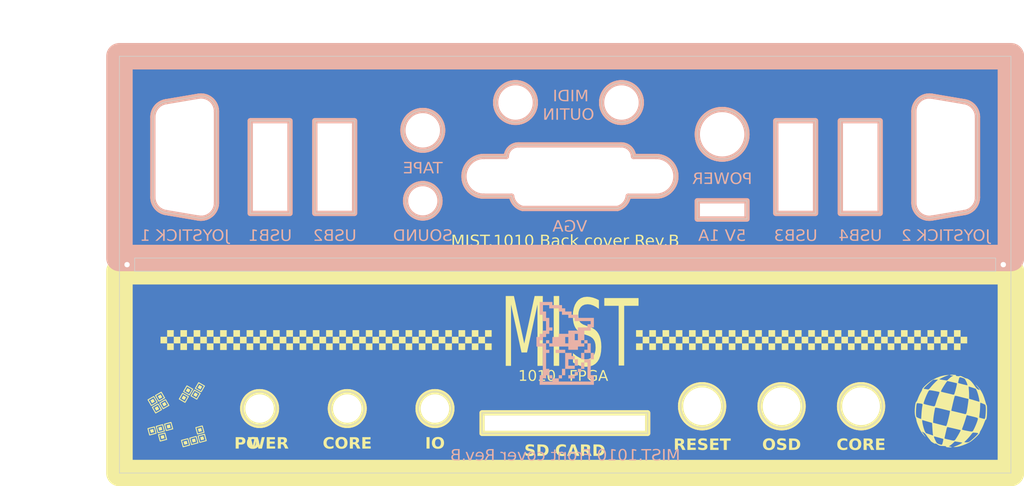
<source format=kicad_pcb>
(kicad_pcb (version 20240108) (generator "pcbnew") (generator_version "8.0")
  (title_block (title "MIST.1010 (covers)") (date "2024-07-28") (rev "B") (company "Eugene Lozovoy") (comment 2 "Thickness: 1.6mm") (comment 3 "Layers: 2") (comment 4 "Dimensions: 134.6x63mm"))
  (layers (0 "F.Cu" signal) (31 "B.Cu" signal) (34 "B.Paste" user) (35 "F.Paste" user) (36 "B.SilkS" user "B.Silkscreen") (37 "F.SilkS" user "F.Silkscreen") (38 "B.Mask" user) (39 "F.Mask" user) (44 "Edge.Cuts" user))
  (net 0 "")
  (net 1 "com")
  (footprint "LOGO" (layer "F.Cu") (at 202.7 114.6)
    (property "Reference" "G***" (hide yes))
    (property "Value" "LOGO" (hide yes))
  )
  (footprint "mygraphic:black-mage-12.5x8.6" (layer "B.Cu") (at 144.5 104.4 180)
    (property "Reference" "G***" (hide yes))
    (property "Value" "LOGO" (hide yes))
  )
  (gr_rect (start 96.95 70.75) (end 102.95 84.75) (stroke (width 0.8)) (fill none) (layer "B.SilkS"))
  (gr_arc (start 199.48649 67.00978) (mid 199.672776 67.017219) (end 199.857877 67.039481) (stroke (width 0.8)) (layer "B.SilkS"))
  (gr_line (start 91.85 69.346584) (end 91.85 83.153416) (stroke (width 0.8)) (layer "B.SilkS"))
  (gr_line (start 82.25 82.315216) (end 82.25 70.184784) (stroke (width 0.8)) (layer "B.SilkS"))
  (gr_line (start 132.217828 76.15) (end 135.617828 76.15) (stroke (width 0.8)) (layer "B.SilkS"))
  (gr_line (start 132.217828 82.15) (end 136.417828 82.15) (stroke (width 0.8)) (layer "B.SilkS"))
  (gr_circle (center 153 68) (end 156 68) (stroke (width 0.8)) (fill none) (layer "B.SilkS"))
  (gr_line (start 154.817828 76.15) (end 158.217828 76.15) (stroke (width 0.8)) (layer "B.SilkS"))
  (gr_rect (start 106.7 70.75) (end 112.7 84.75) (stroke (width 0.8)) (fill none) (layer "B.SilkS"))
  (gr_arc (start 138.053367 84) (mid 136.953364 83.324516) (end 136.417828 82.15) (stroke (width 0.8)) (layer "B.SilkS"))
  (gr_line (start 137.492828 74.4) (end 152.907172 74.4) (stroke (width 0.8)) (layer "B.SilkS"))
  (gr_arc (start 206.74969 82.315212) (mid 206.191739 83.830598) (end 204.784277 84.622311) (stroke (width 0.8)) (layer "B.SilkS"))
  (gr_arc (start 204.784277 67.877681) (mid 206.191696 68.66941) (end 206.74969 70.18478) (stroke (width 0.8)) (layer "B.SilkS"))
  (gr_arc (start 82.25 70.184784) (mid 82.807951 68.669398) (end 84.215413 67.877685) (stroke (width 0.8)) (layer "B.SilkS"))
  (gr_arc (start 91.85 83.153416) (mid 91.165561 84.805759) (end 89.5132 85.490216) (stroke (width 0.8)) (layer "B.SilkS"))
  (gr_circle (center 123 72.2) (end 126 72.2) (stroke (width 0.8)) (fill none) (layer "B.SilkS"))
  (gr_arc (start 199.857877 85.460511) (mid 197.97106 84.932269) (end 197.14969 83.153412) (stroke (width 0.8)) (layer "B.SilkS"))
  (gr_rect (start 164.45 82.85) (end 171.95 85.6) (stroke (width 0.8)) (fill none) (layer "B.SilkS"))
  (gr_arc (start 152.907172 74.4) (mid 154.216898 74.888067) (end 154.817828 76.15) (stroke (width 0.8)) (layer "B.SilkS"))
  (gr_arc (start 158.217828 76.15) (mid 161.217828 79.15) (end 158.217828 82.15) (stroke (width 0.8)) (layer "B.SilkS"))
  (gr_arc (start 89.141813 67.039485) (mid 91.02863 67.567727) (end 91.85 69.346584) (stroke (width 0.8)) (layer "B.SilkS"))
  (gr_line (start 204.784277 84.622311) (end 199.857877 85.460511) (stroke (width 0.8)) (layer "B.SilkS"))
  (gr_arc (start 84.215413 84.622315) (mid 82.807994 83.830586) (end 82.25 82.315216) (stroke (width 0.8)) (layer "B.SilkS"))
  (gr_line (start 199.857877 67.039481) (end 204.784277 67.877681) (stroke (width 0.8)) (layer "B.SilkS"))
  (gr_arc (start 135.617827 76.15) (mid 136.196074 74.890085) (end 137.492828 74.4) (stroke (width 0.8)) (layer "B.SilkS"))
  (gr_arc (start 154.017828 82.15) (mid 153.496284 83.315825) (end 152.417831 83.999999) (stroke (width 0.8)) (layer "B.SilkS"))
  (gr_arc (start 132.217828 82.15) (mid 129.217828 79.15) (end 132.217828 76.15) (stroke (width 0.8)) (layer "B.SilkS"))
  (gr_rect (start 186.05 70.75) (end 192.05 84.75) (stroke (width 0.8)) (fill none) (layer "B.SilkS"))
  (gr_line (start 197.14969 83.153412) (end 197.14969 69.34658) (stroke (width 0.8)) (layer "B.SilkS"))
  (gr_line (start 206.74969 70.18478) (end 206.74969 82.315212) (stroke (width 0.8)) (layer "B.SilkS"))
  (gr_rect (start 77.2 61) (end 211.8 91.5) (stroke (width 4)) (fill none) (layer "B.SilkS"))
  (gr_line (start 154.017828 82.15) (end 158.217828 82.15) (stroke (width 0.8)) (layer "B.SilkS"))
  (gr_line (start 84.215413 67.877685) (end 89.141813 67.039485) (stroke (width 0.8)) (layer "B.SilkS"))
  (gr_arc (start 197.14969 69.34658) (mid 197.834129 67.694237) (end 199.48649 67.00978) (stroke (width 0.8)) (layer "B.SilkS"))
  (gr_line (start 89.141813 85.460515) (end 84.215413 84.622315) (stroke (width 0.8)) (layer "B.SilkS"))
  (gr_circle (center 168.2 72.8) (end 171.95 72.8) (stroke (width 0.8)) (fill none) (layer "B.SilkS"))
  (gr_line (start 138.053367 84) (end 152.417831 83.999999) (stroke (width 0.8)) (layer "B.SilkS"))
  (gr_rect (start 176.3 70.75) (end 182.3 84.75) (stroke (width 0.8)) (fill none) (layer "B.SilkS"))
  (gr_circle (center 123 82.85) (end 125.6 82.85) (stroke (width 0.8)) (fill none) (layer "B.SilkS"))
  (gr_arc (start 89.5132 85.490216) (mid 89.326914 85.482777) (end 89.141813 85.460515) (stroke (width 0.8)) (layer "B.SilkS"))
  (gr_circle (center 137 68) (end 140 68) (stroke (width 0.8)) (fill none) (layer "B.SilkS"))
  (gr_poly (pts (xy 82.728114 117.989269) (xy 81.762191 118.248087) (xy 81.503372 117.282159) (xy 82.469296 117.023339)) (stroke (width 0.15)) (fill none) (layer "F.SilkS"))
  (gr_rect (start 160.2 103.4) (end 161.2 104.4) (fill solid) (layer "F.SilkS"))
  (gr_poly (pts (xy 82.170045 114.055778) (xy 83.036071 113.555777) (xy 83.536071 114.421803) (xy 82.670046 114.921803)) (stroke (width 0.15)) (fill none) (layer "F.SilkS"))
  (gr_poly (pts (xy 89.255035 110.684467) (xy 89.688048 110.934467) (xy 89.438049 111.367479) (xy 89.005036 111.117479)) (fill solid) (layer "F.SilkS"))
  (gr_rect (start 170.2 103.4) (end 171.2 104.4) (fill solid) (layer "F.SilkS"))
  (gr_poly (pts (xy 89.163529 110.34296) (xy 90.029554 110.84296) (xy 89.529554 111.708985) (xy 88.663529 111.208985)) (stroke (width 0.15)) (fill none) (layer "F.SilkS"))
  (gr_rect (start 77.2 93.5) (end 211.8 124) (stroke (width 4)) (fill none) (layer "F.SilkS"))
  (gr_poly (pts (xy 86.737696 111.944627) (xy 87.603721 112.444627) (xy 87.103721 113.310652) (xy 86.237696 112.810652)) (stroke (width 0.15)) (fill none) (layer "F.SilkS"))
  (gr_rect (start 87.4 103.4) (end 88.4 104.4) (fill solid) (layer "F.SilkS"))
  (gr_rect (start 192.2 103.4) (end 193.2 104.4) (fill solid) (layer "F.SilkS"))
  (gr_rect (start 117.4 103.4) (end 118.4 104.4) (fill solid) (layer "F.SilkS"))
  (gr_rect (start 90.4 104.4) (end 91.4 105.4) (fill solid) (layer "F.SilkS"))
  (gr_rect (start 201.2 102.4) (end 202.2 103.4) (fill solid) (layer "F.SilkS"))
  (gr_rect (start 158.2 103.4) (end 159.2 104.4) (fill solid) (layer "F.SilkS"))
  (gr_rect (start 90.4 102.4) (end 91.4 103.4) (fill solid) (layer "F.SilkS"))
  (gr_circle (center 98.36 114.25) (end 100.91 114.25) (stroke (width 0.8)) (fill none) (layer "F.SilkS"))
  (gr_rect (start 101.4 103.4) (end 102.4 104.4) (fill solid) (layer "F.SilkS"))
  (gr_rect (start 112.4 104.4) (end 113.4 105.4) (fill solid) (layer "F.SilkS"))
  (gr_rect (start 111.4 103.4) (end 112.4 104.4) (fill solid) (layer "F.SilkS"))
  (gr_rect (start 98.4 102.4) (end 99.4 103.4) (fill solid) (layer "F.SilkS"))
  (gr_rect (start 179.2 102.4) (end 180.2 103.4) (fill solid) (layer "F.SilkS"))
  (gr_rect (start 191.2 104.4) (end 192.2 105.4) (fill solid) (layer "F.SilkS"))
  (gr_rect (start 95.4 103.4) (end 96.4 104.4) (fill solid) (layer "F.SilkS"))
  (gr_circle (center 124.8375 114.25) (end 127.3875 114.25) (stroke (width 0.8)) (fill none) (layer "F.SilkS"))
  (gr_poly (pts (xy 86.829202 112.286133) (xy 87.262215 112.536132) (xy 87.012214 112.969145) (xy 86.579203 112.719146)) (fill solid) (layer "F.SilkS"))
  (gr_poly (pts (xy 89.044977 117.313966) (xy 89.52794 117.184556) (xy 89.657349 117.667519) (xy 89.174386 117.796929)) (fill solid) (layer "F.SilkS"))
  (gr_rect (start 165.2 102.4) (end 166.2 103.4) (fill solid) (layer "F.SilkS"))
  (gr_rect (start 84.4 104.4) (end 85.4 105.4) (fill solid) (layer "F.SilkS"))
  (gr_rect (start 157.2 102.4) (end 158.2 103.4) (fill solid) (layer "F.SilkS"))
  (gr_rect (start 120.4 102.4) (end 121.4 103.4) (fill solid) (layer "F.SilkS"))
  (gr_poly (pts (xy 89.075255 118.392893) (xy 90.041181 118.134074) (xy 90.3 119.1) (xy 89.334074 119.358819)) (stroke (width 0.15)) (fill none) (layer "F.SilkS"))
  (gr_rect (start 179.2 104.4) (end 180.2 105.4) (fill solid) (layer "F.SilkS"))
  (gr_rect (start 106.4 102.4) (end 107.4 103.4) (fill solid) (layer "F.SilkS"))
  (gr_rect (start 130.4 102.4) (end 131.4 103.4) (fill solid) (layer "F.SilkS"))
  (gr_rect (start 169.2 102.4) (end 170.2 103.4) (fill solid) (layer "F.SilkS"))
  (gr_rect (start 86.4 102.4) (end 87.4 103.4) (fill solid) (layer "F.SilkS"))
  (gr_rect (start 175.2 102.4) (end 176.2 103.4) (fill solid) (layer "F.SilkS"))
  (gr_rect (start 204.2 103.4) (end 205.2 104.4) (fill solid) (layer "F.SilkS"))
  (gr_rect (start 102.4 104.4) (end 103.4 105.4) (fill solid) (layer "F.SilkS"))
  (gr_rect (start 182.2 103.4) (end 183.2 104.4) (fill solid) (layer "F.SilkS"))
  (gr_rect (start 121.4 103.4) (end 122.4 104.4) (fill solid) (layer "F.SilkS"))
  (gr_rect (start 195.2 104.4) (end 196.2 105.4) (fill solid) (layer "F.SilkS"))
  (gr_rect (start 84.4 102.4) (end 85.4 103.4) (fill solid) (layer "F.SilkS"))
  (gr_rect (start 127.4 103.4) (end 128.4 104.4) (fill solid) (layer "F.SilkS"))
  (gr_poly (pts (xy 82.511552 114.147284) (xy 82.944565 113.897284) (xy 83.194565 114.330297) (xy 82.761552 114.580297)) (fill solid) (layer "F.SilkS"))
  (gr_poly (pts (xy 82.42193 117.812488) (xy 81.938968 117.941899) (xy 81.809556 117.458935) (xy 82.29252 117.329524)) (fill solid) (layer "F.SilkS"))
  (gr_poly (pts (xy 87.479203 111.160299) (xy 87.912215 111.4103) (xy 87.662215 111.843313) (xy 87.229202 111.593312)) (fill solid) (layer "F.SilkS"))
  (gr_rect (start 195.2 102.4) (end 196.2 103.4) (fill solid) (layer "F.SilkS"))
  (gr_rect (start 177.2 104.4) (end 178.2 105.4) (fill solid) (layer "F.SilkS"))
  (gr_rect (start 157.2 104.4) (end 158.2 105.4) (fill solid) (layer "F.SilkS"))
  (gr_poly (pts (xy 87.819552 118.729357) (xy 88.785477 118.470538) (xy 89.044296 119.436464) (xy 88.078371 119.695283)) (stroke (width 0.15)) (fill none) (layer "F.SilkS"))
  (gr_rect (start 183.2 102.4) (end 184.2 103.4) (fill solid) (layer "F.SilkS"))
  (gr_poly (pts (xy 88.513529 111.468793) (xy 89.379555 111.968793) (xy 88.879554 112.834819) (xy 88.013529 112.334819)) (stroke (width 0.15)) (fill none) (layer "F.SilkS"))
  (gr_rect (start 162.2 103.4) (end 163.2 104.4) (fill solid) (layer "F.SilkS"))
  (gr_poly (pts (xy 84.014779 116.609231) (xy 84.980705 116.350413) (xy 85.239524 117.316337) (xy 84.273598 117.575156)) (stroke (width 0.15)) (fill none) (layer "F.SilkS"))
  (gr_rect (start 126.4 104.4) (end 127.4 105.4) (fill solid) (layer "F.SilkS"))
  (gr_poly (pts (xy 83.677634 117.476025) (xy 83.19467 117.605436) (xy 83.065263 117.122472) (xy 83.548225 116.993063)) (fill solid) (layer "F.SilkS"))
  (gr_rect (start 122.4 104.4) (end 123.4 105.4) (fill solid) (layer "F.SilkS"))
  (gr_rect (start 155.2 104.4) (end 156.2 105.4) (fill solid) (layer "F.SilkS"))
  (gr_rect (start 114.4 104.4) (end 115.4 105.4) (fill solid) (layer "F.SilkS"))
  (gr_rect (start 161.2 104.4) (end 162.2 105.4) (fill solid) (layer "F.SilkS"))
  (gr_rect (start 105.4 103.4) (end 106.4 104.4) (fill solid) (layer "F.SilkS"))
  (gr_rect (start 186.2 103.4) (end 187.2 104.4) (fill solid) (layer "F.SilkS"))
  (gr_rect (start 155.2 102.4) (end 156.2 103.4) (fill solid) (layer "F.SilkS"))
  (gr_rect (start 193.2 104.4) (end 194.2 105.4) (fill solid) (layer "F.SilkS"))
  (gr_poly (pts (xy 81.520046 112.929945) (xy 82.386072 112.429945) (xy 82.886072 113.29597) (xy 82.020046 113.79597)) (stroke (width 0.15)) (fill none) (layer "F.SilkS"))
  (gr_circle (center 111.6 114.25) (end 114.15 114.25) (stroke (width 0.8)) (fill none) (layer "F.SilkS"))
  (gr_rect (start 166.2 103.4) (end 167.2 104.4) (fill solid) (layer "F.SilkS"))
  (gr_rect (start 163.2 104.4) (end 164.2 105.4) (fill solid) (layer "F.SilkS"))
  (gr_rect (start 156.2 103.4) (end 157.2 104.4) (fill solid) (layer "F.SilkS"))
  (gr_rect (start 173.2 104.4) (end 174.2 105.4) (fill solid) (layer "F.SilkS"))
  (gr_rect (start 164.2 103.4) (end 165.2 104.4) (fill solid) (layer "F.SilkS"))
  (gr_poly (pts (xy 87.387696 110.818793) (xy 88.253722 111.318793) (xy 87.753722 112.184819) (xy 86.887696 111.684819)) (stroke (width 0.15)) (fill none) (layer "F.SilkS"))
  (gr_rect (start 93.4 103.4) (end 94.4 104.4) (fill solid) (layer "F.SilkS"))
  (gr_rect (start 180.2 103.4) (end 181.2 104.4) (fill solid) (layer "F.SilkS"))
  (gr_rect (start 176.2 103.4) (end 177.2 104.4) (fill solid) (layer "F.SilkS"))
  (gr_rect (start 190.2 103.4) (end 191.2 104.4) (fill solid) (layer "F.SilkS"))
  (gr_rect (start 132.4 102.4) (end 133.4 103.4) (fill solid) (layer "F.SilkS"))
  (gr_rect (start 96.4 104.4) (end 97.4 105.4) (fill solid) (layer "F.SilkS"))
  (gr_rect (start 163.2 102.4) (end 164.2 103.4) (fill solid) (layer "F.SilkS"))
  (gr_rect (start 109.4 103.4) (end 110.4 104.4) (fill solid) (layer "F.SilkS"))
  (gr_rect (start 159.2 102.4) (end 160.2 103.4) (fill solid) (layer "F.SilkS"))
  (gr_rect (start 124.4 104.4) (end 125.4 105.4) (fill solid) (layer "F.SilkS"))
  (gr_rect (start 103.4 103.4) (end 104.4 104.4) (fill solid) (layer "F.SilkS"))
  (gr_rect (start 187.2 104.4) (end 188.2 105.4) (fill solid) (layer "F.SilkS"))
  (gr_rect (start 124.4 102.4) (end 125.4 103.4) (fill solid) (layer "F.SilkS"))
  (gr_rect (start 83.4 103.4) (end 84.4 104.4) (fill solid) (layer "F.SilkS"))
  (gr_rect (start 108.4 104.4) (end 109.4 105.4) (fill solid) (layer "F.SilkS"))
  (gr_rect (start 174.2 103.4) (end 175.2 104.4) (fill solid) (layer "F.SilkS"))
  (gr_rect (start 104.4 102.4) (end 105.4 103.4) (fill solid) (layer "F.SilkS"))
  (gr_rect (start 159.2 104.4) (end 160.2 105.4) (fill solid) (layer "F.SilkS"))
  (gr_rect (start 118.4 102.4) (end 119.4 103.4) (fill solid) (layer "F.SilkS"))
  (gr_rect (start 112.4 102.4) (end 113.4 103.4) (fill solid) (layer "F.SilkS"))
  (gr_rect (start 131.4 103.4) (end 132.4 104.4) (fill solid) (layer "F.SilkS"))
  (gr_rect (start 203.2 102.4) (end 204.2 103.4) (fill solid) (layer "F.SilkS"))
  (gr_rect (start 197.2 104.4) (end 198.2 105.4) (fill solid) (layer "F.SilkS"))
  (gr_poly (pts (xy 83.98382 117.652801) (xy 83.017894 117.91162) (xy 82.759073 116.945694) (xy 83.725001 116.686876)) (stroke (width 0.15)) (fill none) (layer "F.SilkS"))
  (gr_rect (start 130.4 104.4) (end 131.4 105.4) (fill solid) (layer "F.SilkS"))
  (gr_rect (start 116.4 104.4) (end 117.4 105.4) (fill solid) (layer "F.SilkS"))
  (gr_rect (start 188.2 103.4) (end 189.2 104.4) (fill solid) (layer "F.SilkS"))
  (gr_poly (pts (xy 82.645878 112.279945) (xy 83.511904 111.779945) (xy 84.011904 112.64597) (xy 83.145878 113.14597)) (stroke (width 0.15)) (fill none) (layer "F.SilkS"))
  (gr_rect (start 178.2 103.4) (end 179.2 104.4) (fill solid) (layer "F.SilkS"))
  (gr_rect (start 99.4 103.4) (end 100.4 104.4) (fill solid) (layer "F.SilkS"))
  (gr_rect (start 199.2 104.4) (end 200.2 105.4) (fill solid) (layer "F.SilkS"))
  (gr_rect (start 181.2 102.4) (end 182.2 103.4) (fill solid) (layer "F.SilkS"))
  (gr_rect (start 198.2 103.4) (end 199.2 104.4) (fill solid) (layer "F.SilkS"))
  (gr_rect (start 92.4 104.4) (end 93.4 105.4) (fill solid) (layer "F.SilkS"))
  (gr_rect (start 91.4 103.4) (end 92.4 104.4) (fill solid) (layer "F.SilkS"))
  (gr_rect (start 125.4 103.4) (end 126.4 104.4) (fill solid) (layer "F.SilkS"))
  (gr_rect (start 100.4 102.4) (end 101.4 103.4) (fill solid) (layer "F.SilkS"))
  (gr_rect (start 88.4 102.4) (end 89.4 103.4) (fill solid) (layer "F.SilkS"))
  (gr_poly (pts (xy 83.637385 113.497284) (xy 84.070398 113.247284) (xy 84.320398 113.680297) (xy 83.887385 113.930296)) (fill solid) (layer "F.SilkS"))
  (gr_rect (start 189.2 102.4) (end 190.2 103.4) (fill solid) (layer "F.SilkS"))
  (gr_rect (start 197.2 102.4) (end 198.2 103.4) (fill solid) (layer "F.SilkS"))
  (gr_rect (start 116.4 102.4) (end 117.4 103.4) (fill solid) (layer "F.SilkS"))
  (gr_rect (start 202.2 103.4) (end 203.2 104.4) (fill solid) (layer "F.SilkS"))
  (gr_rect (start 122.4 102.4) (end 123.4 103.4) (fill solid) (layer "F.SilkS"))
  (gr_rect (start 171.2 104.4) (end 172.2 105.4) (fill solid) (layer "F.SilkS"))
  (gr_rect (start 167.2 104.4) (end 168.2 105.4) (fill solid) (layer "F.SilkS"))
  (gr_rect (start 94.4 104.4) (end 95.4 105.4) (fill solid) (layer "F.SilkS"))
  (gr_circle (center 177.175 113.9) (end 180.425 113.9) (stroke (width 0.8)) (fill none) (layer "F.SilkS"))
  (gr_rect (start 106.4 104.4) (end 107.4 105.4) (fill solid) (layer "F.SilkS"))
  (gr_rect (start 128.4 104.4) (end 129.4 105.4) (fill solid) (layer "F.SilkS"))
  (gr_rect (start 94.4 102.4) (end 95.4 103.4) (fill solid) (layer "F.SilkS"))
  (gr_rect (start 169.2 104.4) (end 170.2 105.4) (fill solid) (layer "F.SilkS"))
  (gr_rect (start 184.2 103.4) (end 185.2 104.4) (fill solid) (layer "F.SilkS"))
  (gr_rect (start 168.2 103.4) (end 169.2 104.4) (fill solid) (layer "F.SilkS"))
  (gr_rect (start 97.4 103.4) (end 98.4 104.4) (fill solid) (layer "F.SilkS"))
  (gr_poly (pts (xy 89.381441 118.569669) (xy 89.864404 118.44026) (xy 89.993814 118.923223) (xy 89.510851 119.052632)) (fill solid) (layer "F.SilkS"))
  (gr_rect (start 200.2 103.4) (end 201.2 104.4) (fill solid) (layer "F.SilkS"))
  (gr_rect (start 119.4 103.4) (end 120.4 104.4) (fill solid) (layer "F.SilkS"))
  (gr_poly (pts (xy 84.320284 118.908507) (xy 83.35436 119.167327) (xy 83.095541 118.201398) (xy 84.061466 117.94258)) (stroke (width 0.15)) (fill none) (layer "F.SilkS"))
  (gr_rect (start 89.4 103.4) (end 90.4 104.4) (fill solid) (layer "F.SilkS"))
  (gr_rect (start 181.2 104.4) (end 182.2 105.4) (fill solid) (layer "F.SilkS"))
  (gr_rect (start 92.4 102.4) (end 93.4 103.4) (fill solid) (layer "F.SilkS"))
  (gr_rect (start 110.4 102.4) (end 111.4 103.4) (fill solid) (layer "F.SilkS"))
  (gr_rect (start 167.2 102.4) (end 168.2 103.4) (fill solid) (layer "F.SilkS"))
  (gr_circle (center 165.175 113.9) (end 168.425 113.9) (stroke (width 0.8)) (fill none) (layer "F.SilkS"))
  (gr_poly (pts (xy 84.933335 117.139562) (xy 84.450375 117.268969) (xy 84.320964 116.786004) (xy 84.803927 116.656597)) (fill solid) (layer "F.SilkS"))
  (gr_rect (start 102.4 102.4) (end 103.4 103.4) (fill solid) (layer "F.SilkS"))
  (gr_poly (pts (xy 81.861552 113.021451) (xy 82.294565 112.771451) (xy 82.544564 113.204464) (xy 82.111552 113.454464)) (fill solid) (layer "F.SilkS"))
  (gr_rect (start 123.4 103.4) (end 124.4 104.4) (fill solid) (layer "F.SilkS"))
  (gr_rect (start 193.2 102.4) (end 194.2 103.4) (fill solid) (layer "F.SilkS"))
  (gr_rect (start 183.2 104.4) (end 184.2 105.4) (fill solid) (layer "F.SilkS"))
  (gr_rect (start 115.4 103.4) (end 116.4 104.4) (fill solid) (layer "F.SilkS"))
  (gr_rect (start 88.4 104.4) (end 89.4 105.4) (fill solid) (layer "F.SilkS"))
  (gr_rect (start 114.4 102.4) (end 115.4 103.4) (fill solid) (layer "F.SilkS"))
  (gr_rect (start 191.2 102.4) (end 192.2 103.4) (fill solid) (layer "F.SilkS"))
  (gr_poly (pts (xy 86.563848 119.065822) (xy 87.529774 118.807003) (xy 87.788593 119.772929) (xy 86.822667 120.031748)) (stroke (width 0.15)) (fill none) (layer "F.SilkS"))
  (gr_circle (center 189.175 113.9) (end 192.425 113.9) (stroke (width 0.8)) (fill none) (layer "F.SilkS"))
  (gr_poly (pts (xy 84.014099 118.731728) (xy 83.531137 118.861137) (xy 83.401725 118.378177) (xy 83.884689 118.248767)) (fill solid) (layer "F.SilkS"))
  (gr_rect (start 107.4 103.4) (end 108.4 104.4) (fill solid) (layer "F.SilkS"))
  (gr_rect (start 108.4 102.4) (end 109.4 103.4) (fill solid) (layer "F.SilkS"))
  (gr_rect (start 185.2 102.4) (end 186.2 103.4) (fill solid) (layer "F.SilkS"))
  (gr_rect (start 104.4 104.4) (end 105.4 105.4) (fill solid) (layer "F.SilkS"))
  (gr_rect (start 196.2 103.4) (end 197.2 104.4) (fill solid) (layer "F.SilkS"))
  (gr_rect (start 96.4 102.4) (end 97.4 103.4) (fill solid) (layer "F.SilkS"))
  (gr_poly (pts (xy 83.295879 113.405778) (xy 84.161904 112.905778) (xy 84.661904 113.771804) (xy 83.795879 114.271804)) (stroke (width 0.15)) (fill none) (layer "F.SilkS"))
  (gr_rect (start 177.2 102.4) (end 178.2 103.4) (fill solid) (layer "F.SilkS"))
  (gr_rect (start 129.4 103.4) (end 130.4 104.4) (fill solid) (layer "F.SilkS"))
  (gr_rect (start 185.2 104.4) (end 186.2 105.4) (fill solid) (layer "F.SilkS"))
  (gr_rect (start 86.4 104.4) (end 87.4 105.4) (fill solid) (layer "F.SilkS"))
  (gr_rect (start 172.2 103.4) (end 173.2 104.4) (fill solid) (layer "F.SilkS"))
  (gr_rect (start 126.4 102.4) (end 127.4 103.4) (fill solid) (layer "F.SilkS"))
  (gr_rect (start 100.4 104.4) (end 101.4 105.4) (fill solid) (layer "F.SilkS"))
  (gr_rect (start 203.2 104.4) (end 204.2 105.4) (fill solid) (layer "F.SilkS"))
  (gr_rect (start 110.4 104.4) (end 111.4 105.4) (fill solid) (layer "F.SilkS"))
  (gr_poly (pts (xy 88.125738 118.906134) (xy 88.608701 118.776725) (xy 88.73811 119.259688) (xy 88.255147 119.389097)) (fill solid) (layer "F.SilkS"))
  (gr_rect (start 194.2 103.4) (end 195.2 104.4) (fill solid) (layer "F.SilkS"))
  (gr_rect (start 189.2 104.4) (end 190.2 105.4) (fill solid) (layer "F.SilkS"))
  (gr_rect (start 187.2 102.4) (end 188.2 103.4) (fill solid) (layer "F.SilkS"))
  (gr_rect (start 199.2 102.4) (end 200.2 103.4) (fill solid) (layer "F.SilkS"))
  (gr_rect (start 132.4 104.4) (end 133.4 105.4) (fill solid) (layer "F.SilkS"))
  (gr_rect (start 85.4 103.4) (end 86.4 104.4) (fill solid) (layer "F.SilkS"))
  (gr_rect (start 118.4 104.4) (end 119.4 105.4) (fill solid) (layer "F.SilkS"))
  (gr_rect (start 113.4 103.4) (end 114.4 104.4) (fill solid) (layer "F.SilkS"))
  (gr_rect (start 98.4 104.4) (end 99.4 105.4) (fill solid) (layer "F.SilkS"))
  (gr_poly (pts (xy 88.73879 117.137189) (xy 89.704716 116.87837) (xy 89.963535 117.844296) (xy 88.997609 118.103115)) (stroke (width 0.15)) (fill none) (layer "F.SilkS"))
  (gr_rect (start 201.2 104.4) (end 202.2 105.4) (fill solid) (layer "F.SilkS"))
  (gr_rect (start 173.2 102.4) (end 174.2 103.4) (fill solid) (layer "F.SilkS"))
  (gr_rect (start 128.4 102.4) (end 129.4 103.4) (fill solid) (layer "F.SilkS"))
  (gr_rect (start 161.2 102.4) (end 162.2 103.4) (fill solid) (layer "F.SilkS"))
  (gr_rect (start 120.4 104.4) (end 121.4 105.4) (fill solid) (layer "F.SilkS"))
  (gr_poly (pts (xy 88.605035 111.810299) (xy 89.038048 112.0603) (xy 88.788048 112.493313) (xy 88.355036 112.243312)) (fill solid) (layer "F.SilkS"))
  (gr_rect (start 165.2 104.4) (end 166.2 105.4) (fill solid) (layer "F.SilkS"))
  (gr_poly (pts (xy 82.987386 112.371451) (xy 83.420397 112.121451) (xy 83.670398 112.554463) (xy 83.237385 112.804464)) (fill solid) (layer "F.SilkS"))
  (gr_rect (start 131.95 114.9) (end 156.95 118) (stroke (width 0.8)) (fill none) (layer "F.SilkS"))
  (gr_rect (start 175.2 104.4) (end 176.2 105.4) (fill solid) (layer "F.SilkS"))
  (gr_rect (start 171.2 102.4) (end 172.2 103.4) (fill solid) (layer "F.SilkS"))
  (gr_poly (pts (xy 86.870034 119.242599) (xy 87.352997 119.113189) (xy 87.482407 119.596152) (xy 86.999444 119.725562)) (fill solid) (layer "F.SilkS"))
  (gr_arc (start 132.217828 82.15) (mid 129.217828 79.15) (end 132.217828 76.15) (stroke (width 0.1)) (layer "Edge.Cuts"))
  (gr_arc (start 84.215413 84.622315) (mid 82.807994 83.830586) (end 82.25 82.315216) (stroke (width 0.1)) (layer "Edge.Cuts"))
  (gr_line (start 204.784277 84.622311) (end 199.857877 85.460511) (stroke (width 0.1)) (layer "Edge.Cuts"))
  (gr_rect (start 131.95 114.9) (end 156.95 118) (stroke (width 0.1)) (fill none) (layer "Edge.Cuts"))
  (gr_line (start 89.141813 85.460515) (end 84.215413 84.622315) (stroke (width 0.1)) (layer "Edge.Cuts"))
  (gr_arc (start 199.857877 85.460511) (mid 197.97106 84.932269) (end 197.14969 83.153412) (stroke (width 0.1)) (layer "Edge.Cuts"))
  (gr_arc (start 154.017828 82.15) (mid 153.496284 83.315825) (end 152.417831 83.999999) (stroke (width 0.1)) (layer "Edge.Cuts"))
  (gr_circle (center 98.36 114.25) (end 100.91 114.25) (stroke (width 0.1)) (fill none) (layer "Edge.Cuts"))
  (gr_arc (start 152.907172 74.4) (mid 154.216898 74.888067) (end 154.817828 76.15) (stroke (width 0.1)) (layer "Edge.Cuts"))
  (gr_circle (center 165.175 113.9) (end 168.425 113.9) (stroke (width 0.1)) (fill none) (layer "Edge.Cuts"))
  (gr_line (start 82.25 82.315216) (end 82.25 70.184784) (stroke (width 0.1)) (layer "Edge.Cuts"))
  (gr_circle (center 124.8375 114.25) (end 127.3875 114.25) (stroke (width 0.1)) (fill none) (layer "Edge.Cuts"))
  (gr_circle (center 137 68) (end 140 68) (stroke (width 0.1)) (fill none) (layer "Edge.Cuts"))
  (gr_line (start 154.817828 76.15) (end 158.217828 76.15) (stroke (width 0.1)) (layer "Edge.Cuts"))
  (gr_line (start 132.217828 82.15) (end 136.417828 82.15) (stroke (width 0.1)) (layer "Edge.Cuts"))
  (gr_arc (start 89.141813 67.039485) (mid 91.02863 67.567727) (end 91.85 69.346584) (stroke (width 0.1)) (layer "Edge.Cuts"))
  (gr_arc (start 138.053367 84) (mid 136.953364 83.324516) (end 136.417828 82.15) (stroke (width 0.1)) (layer "Edge.Cuts"))
  (gr_line (start 211.8 124) (end 77.2 124) (stroke (width 0.1)) (layer "Edge.Cuts"))
  (gr_arc (start 204.784277 67.877681) (mid 206.191696 68.66941) (end 206.74969 70.18478) (stroke (width 0.1)) (layer "Edge.Cuts"))
  (gr_line (start 154.017828 82.15) (end 158.217828 82.15) (stroke (width 0.1)) (layer "Edge.Cuts"))
  (gr_line (start 199.857877 67.039481) (end 204.784277 67.877681) (stroke (width 0.1)) (layer "Edge.Cuts"))
  (gr_line (start 77.2 61) (end 211.8 61) (stroke (width 0.1)) (layer "Edge.Cuts"))
  (gr_circle (center 153 68) (end 156 68) (stroke (width 0.1)) (fill none) (layer "Edge.Cuts"))
  (gr_line (start 197.14969 83.153412) (end 197.14969 69.34658) (stroke (width 0.1)) (layer "Edge.Cuts"))
  (gr_line (start 77.2 124) (end 77.2 61) (stroke (width 0.1)) (layer "Edge.Cuts"))
  (gr_arc (start 206.74969 82.315212) (mid 206.191739 83.830598) (end 204.784277 84.622311) (stroke (width 0.1)) (layer "Edge.Cuts"))
  (gr_arc (start 135.617829 76.15) (mid 136.196063 74.890057) (end 137.49283 74.399948) (stroke (width 0.1)) (layer "Edge.Cuts"))
  (gr_arc (start 199.48649 67.00978) (mid 199.672776 67.017219) (end 199.857877 67.039481) (stroke (width 0.1)) (layer "Edge.Cuts"))
  (gr_circle (center 189.175 113.9) (end 192.425 113.9) (stroke (width 0.1)) (fill none) (layer "Edge.Cuts"))
  (gr_line (start 79.5 91.5) (end 79.5 93.5) (stroke (width 0.1)) (layer "Edge.Cuts"))
  (gr_line (start 209.5 93.5) (end 209.5 91.5) (stroke (width 0.1)) (layer "Edge.Cuts"))
  (gr_line (start 211.8 61) (end 211.8 124) (stroke (width 0.1)) (layer "Edge.Cuts"))
  (gr_arc (start 158.217828 76.15) (mid 161.217828 79.15) (end 158.217828 82.15) (stroke (width 0.1)) (layer "Edge.Cuts"))
  (gr_rect (start 186.05 70.75) (end 192.05 84.75) (stroke (width 0.1)) (fill none) (layer "Edge.Cuts"))
  (gr_circle (center 111.6 114.25) (end 114.15 114.25) (stroke (width 0.1)) (fill none) (layer "Edge.Cuts"))
  (gr_rect (start 176.3 70.75) (end 182.3 84.75) (stroke (width 0.1)) (fill none) (layer "Edge.Cuts"))
  (gr_line (start 137.492828 74.4) (end 152.907172 74.4) (stroke (width 0.1)) (layer "Edge.Cuts"))
  (gr_rect (start 164.45 82.85) (end 171.95 85.6) (stroke (width 0.1)) (fill none) (layer "Edge.Cuts"))
  (gr_rect (start 96.95 70.75) (end 102.95 84.75) (stroke (width 0.1)) (fill none) (layer "Edge.Cuts"))
  (gr_arc (start 89.5132 85.490216) (mid 89.326914 85.482777) (end 89.141813 85.460515) (stroke (width 0.1)) (layer "Edge.Cuts"))
  (gr_line (start 91.85 69.346584) (end 91.85 83.153416) (stroke (width 0.1)) (layer "Edge.Cuts"))
  (gr_line (start 79.5 93.5) (end 209.5 93.5) (stroke (width 0.1)) (layer "Edge.Cuts"))
  (gr_arc (start 91.85 83.153416) (mid 91.165561 84.805759) (end 89.5132 85.490216) (stroke (width 0.1)) (layer "Edge.Cuts"))
  (gr_line (start 84.215413 67.877685) (end 89.141813 67.039485) (stroke (width 0.1)) (layer "Edge.Cuts"))
  (gr_circle (center 168.2 72.8) (end 171.95 72.8) (stroke (width 0.1)) (fill none) (layer "Edge.Cuts"))
  (gr_rect (start 106.7 70.75) (end 112.7 84.75) (stroke (width 0.1)) (fill none) (layer "Edge.Cuts"))
  (gr_line (start 132.217828 76.15) (end 135.617828 76.15) (stroke (width 0.1)) (layer "Edge.Cuts"))
  (gr_line (start 206.74969 70.18478) (end 206.74969 82.315212) (stroke (width 0.1)) (layer "Edge.Cuts"))
  (gr_arc (start 82.25 70.184784) (mid 82.807951 68.669398) (end 84.215413 67.877685) (stroke (width 0.1)) (layer "Edge.Cuts"))
  (gr_circle (center 123 82.85) (end 125.6 82.85) (stroke (width 0.1)) (fill none) (layer "Edge.Cuts"))
  (gr_circle (center 123 72.2) (end 126 72.2) (stroke (width 0.1)) (fill none) (layer "Edge.Cuts"))
  (gr_line (start 138.053367 84) (end 152.417831 83.999999) (stroke (width 0.1)) (layer "Edge.Cuts"))
  (gr_circle (center 177.175 113.9) (end 180.425 113.9) (stroke (width 0.1)) (fill none) (layer "Edge.Cuts"))
  (gr_arc (start 197.14969 69.34658) (mid 197.834129 67.694237) (end 199.48649 67.00978) (stroke (width 0.1)) (layer "Edge.Cuts"))
  (gr_line (start 209.5 91.5) (end 79.5 91.5) (stroke (width 0.1)) (layer "Edge.Cuts"))
  (gr_text "5V 1A" (at 168.2 88.2 0) (layer "B.SilkS") (effects (font (size 1.7 1.75) (thickness 0.2)) (justify mirror)))
  (gr_text "IN" (at 141.1 69.9 0) (layer "B.SilkS") (effects (font (size 1.7 1.75) (thickness 0.2)) (justify right mirror)))
  (gr_text "USB4" (at 189.05 88.2 0) (layer "B.SilkS") (effects (font (size 1.7 1.75) (thickness 0.2)) (justify mirror)))
  (gr_text "MIDI" (at 142.621661 67.1 0) (layer "B.SilkS") (effects (font (size 1.7 1.75) (thickness 0.2)) (justify right mirror)))
  (gr_text "OUT" (at 148.9 69.9 0) (layer "B.SilkS") (effects (font (size 1.7 1.75) (thickness 0.2)) (justify left mirror)))
  (gr_text "TAPE" (at 123 78 0) (layer "B.SilkS") (effects (font (size 1.7 1.75) (thickness 0.2)) (justify mirror)))
  (gr_text "SOUND" (at 123 88.2 0) (layer "B.SilkS") (effects (font (size 1.7 1.75) (thickness 0.2)) (justify mirror)))
  (gr_text "USB2" (at 109.7 88.2 0) (layer "B.SilkS") (effects (font (size 1.7 1.75) (thickness 0.2)) (justify mirror)))
  (gr_text "USB1" (at 99.95 88.2 0) (layer "B.SilkS") (effects (font (size 1.7 1.75) (thickness 0.2)) (justify mirror)))
  (gr_text "USB3" (at 179.3 88.2 0) (layer "B.SilkS") (effects (font (size 1.7 1.75) (thickness 0.2)) (justify mirror)))
  (gr_text "MIST.1010 Front cover Rev.${REVISION}" (at 144.5 121.4 0) (layer "B.SilkS") (effects (font (size 1.7 1.75) (thickness 0.14)) (justify mirror)))
  (gr_text "JOYSTICK 1" (at 87.05 88.2 0) (layer "B.SilkS") (effects (font (size 1.7 1.75) (thickness 0.2)) (justify mirror)))
  (gr_text "VGA" (at 145.2 86.8 0) (layer "B.SilkS") (effects (font (size 1.7 1.75) (thickness 0.2)) (justify mirror)))
  (gr_text "JOYSTICK 2" (at 201.95 88.2 0) (layer "B.SilkS") (effects (font (size 1.7 1.75) (thickness 0.2)) (justify mirror)))
  (gr_text "POWER" (at 168.2 79.6 0) (layer "B.SilkS") (effects (font (size 1.7 1.75) (thickness 0.2)) (justify mirror)))
  (gr_text "MI" (at 134.7 103.5 0) (layer "F.SilkS") (effects (font (size 10.35 6) (thickness 0.9) (italic yes)) (justify left)))
  (gr_text "1010" (at 143.1 109.4 0) (layer "F.SilkS") (effects (font (size 1.6 1.6) (thickness 0.22)) (justify right)))
  (gr_text "MIST.1010 Back cover Rev.${REVISION}" (at 144.5 89 0) (layer "F.SilkS") (effects (font (size 1.7 1.75) (thickness 0.14))))
  (gr_text "RESET" (at 165.175 119.8 0) (layer "F.SilkS") (effects (font (size 1.7 1.75) (thickness 0.2) (bold yes))))
  (gr_text "ST" (at 145.1 103.6 0) (layer "F.SilkS") (effects (font (size 10 6) (thickness 0.9)) (justify left)))
  (gr_text "CORE" (at 189.175 119.8 0) (layer "F.SilkS") (effects (font (size 1.7 1.75) (thickness 0.2) (bold yes))))
  (gr_text "OSD" (at 177.175 119.8 0) (layer "F.SilkS") (effects (font (size 1.7 1.75) (thickness 0.2) (bold yes))))
  (gr_text "FPGA" (at 145.1 109.4 0) (layer "F.SilkS") (effects (font (size 1.6 1.6) (thickness 0.22)) (justify left)))
  (gr_text "PO" (at 96.465855 119.6 0) (layer "F.SilkS") (effects (font (size 1.7 1.75) (thickness 0.2) (bold yes))))
  (gr_text "SD CARD" (at 144.45 120.7 0) (layer "F.SilkS") (effects (font (size 1.7 1.75) (thickness 0.2) (bold yes))))
  (gr_text "CORE" (at 111.6 119.6 0) (layer "F.SilkS") (effects (font (size 1.7 1.75) (thickness 0.2) (bold yes))))
  (gr_text "WER" (at 99.642072 119.6 0) (layer "F.SilkS") (effects (font (size 1.7 1.75) (thickness 0.2) (bold yes))))
  (gr_text "IO" (at 124.8375 119.6 0) (layer "F.SilkS") (effects (font (size 1.7 1.75) (thickness 0.2) (bold yes))))
  (via (at 210.65 92.5) (size 1.5) (drill 0.8) (layers "F.Cu" "B.Cu") (net 1))
  (via (at 78.35 92.5) (size 1.5) (drill 0.8) (layers "F.Cu" "B.Cu") (net 1))
  (zone (net 1) (net_name "com") (layers "F&B.Cu") (connect_pads (clearance 0.508)) (min_thickness 0.254) (fill yes (thermal_gap 0.508) (thermal_bridge_width 0.508) (island_removal_mode 1) (island_area_min 0))
    (polygon (pts (xy 212 124.2) (xy 77 124.2) (xy 77 60.8) (xy 212 60.8)))
  )
)
</source>
